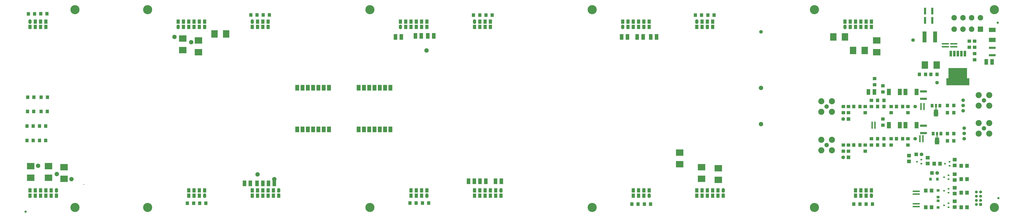
<source format=gts>
G04*
G04 #@! TF.GenerationSoftware,Altium Limited,Altium Designer,24.2.2 (26)*
G04*
G04 Layer_Color=8388736*
%FSLAX44Y44*%
%MOMM*%
G71*
G04*
G04 #@! TF.SameCoordinates,0371AF83-7A96-47FB-919C-A551BA60538E*
G04*
G04*
G04 #@! TF.FilePolarity,Negative*
G04*
G01*
G75*
%ADD55R,0.5080X1.2700*%
%ADD56R,2.0320X3.1750*%
%ADD57R,1.3970X1.6510*%
%ADD58R,0.5080X4.0640*%
%ADD59R,10.8966X2.7016*%
%ADD60R,1.1684X2.7016*%
%ADD61R,1.8500X2.7400*%
%ADD62R,2.2606X1.3716*%
%ADD63R,0.8128X1.6256*%
%ADD64R,1.0160X1.6256*%
%ADD65R,1.5000X1.7000*%
%ADD66R,1.8500X3.0500*%
%ADD67R,0.9016X0.7016*%
%ADD68R,0.9016X0.7016*%
%ADD69R,1.5016X1.7016*%
%ADD70R,1.9516X5.3016*%
%ADD71R,3.3016X1.1016*%
%ADD72R,3.2500X2.0600*%
%ADD73R,1.2016X1.3216*%
%ADD74R,3.1016X3.6016*%
%ADD75R,1.9016X1.7016*%
%ADD76R,1.7016X2.8016*%
%ADD77R,0.7000X3.5000*%
%ADD78R,3.5000X0.7000*%
%ADD79R,1.3216X1.2016*%
%ADD80R,1.7016X1.9016*%
%ADD81R,1.1016X3.3016*%
%ADD82R,1.7000X1.5000*%
%ADD83R,3.6016X3.1016*%
%ADD84C,1.7016*%
%ADD85C,1.7716*%
%ADD86R,1.7716X1.7716*%
%ADD87C,2.9400*%
%ADD88C,2.1000*%
%ADD89C,2.6416*%
%ADD90R,2.6416X2.6416*%
%ADD91R,1.3716X1.3716*%
%ADD92C,1.3716*%
%ADD93R,1.5240X2.0066*%
%ADD94R,1.5016X2.0066*%
%ADD95O,1.5240X2.2606*%
%ADD96C,1.1016*%
%ADD97C,2.1016*%
%ADD98C,0.3700*%
%ADD99C,4.3800*%
G36*
X4535180Y703660D02*
X4535280Y703651D01*
X4535375Y703622D01*
X4535463Y703574D01*
X4535541Y703511D01*
X4535604Y703433D01*
X4535652Y703345D01*
X4535681Y703249D01*
X4535690Y703150D01*
X4535691Y654130D01*
X4546610D01*
X4546710Y654121D01*
X4546805Y654092D01*
X4546894Y654044D01*
X4546971Y653981D01*
X4547034Y653904D01*
X4547082Y653815D01*
X4547111Y653720D01*
X4547120Y653620D01*
Y620600D01*
X4547111Y620500D01*
X4547082Y620405D01*
X4547034Y620316D01*
X4546971Y620239D01*
X4546894Y620176D01*
X4546805Y620128D01*
X4546710Y620099D01*
X4546610Y620089D01*
X4437390D01*
X4437290Y620099D01*
X4437195Y620128D01*
X4437106Y620176D01*
X4437029Y620239D01*
X4436966Y620316D01*
X4436918Y620405D01*
X4436889Y620500D01*
X4436880Y620600D01*
Y652350D01*
X4436889Y652450D01*
X4436918Y652545D01*
X4436966Y652634D01*
X4437029Y652711D01*
X4437106Y652774D01*
X4437195Y652822D01*
X4437290Y652851D01*
X4437390Y652860D01*
X4447039D01*
Y703150D01*
X4447049Y703250D01*
X4447079Y703345D01*
X4447126Y703434D01*
X4447189Y703511D01*
X4447267Y703574D01*
X4447355Y703622D01*
X4447450Y703651D01*
X4447550Y703661D01*
X4535180Y703660D01*
D02*
G37*
D55*
X4387000Y505220D02*
D03*
X4391999Y370220D02*
D03*
D56*
X4387000Y486805D02*
D03*
D03*
D03*
X4391999Y351805D02*
D03*
D03*
D03*
D57*
X4405415Y522365D02*
D03*
X4368585D02*
D03*
X4410414Y387365D02*
D03*
X4373584D02*
D03*
D58*
X4387000Y498870D02*
D03*
X4391999Y363870D02*
D03*
D59*
X4492000Y640920D02*
D03*
D60*
X4457964Y773000D02*
D03*
X4474982D02*
D03*
X4526036D02*
D03*
X4509018D02*
D03*
X4492000D02*
D03*
D61*
X1320800Y608350D02*
D03*
X1346200D02*
D03*
X1371600D02*
D03*
X1397000D02*
D03*
X1422400D02*
D03*
X1447800D02*
D03*
X1473200D02*
D03*
Y407650D02*
D03*
X1447800D02*
D03*
X1422400D02*
D03*
X1397000D02*
D03*
X1371600D02*
D03*
X1346200D02*
D03*
X1320800D02*
D03*
X1615800D02*
D03*
X1641200D02*
D03*
X1666600D02*
D03*
X1692000D02*
D03*
X1717400D02*
D03*
X1742800D02*
D03*
X1768200D02*
D03*
Y608350D02*
D03*
X1742800D02*
D03*
X1717400D02*
D03*
X1692000D02*
D03*
X1666600D02*
D03*
X1641200D02*
D03*
X1615800D02*
D03*
D62*
X4387000Y484900D02*
D03*
X4392000Y349900D02*
D03*
D63*
X4406050Y523000D02*
D03*
X4367950D02*
D03*
X4411050Y388000D02*
D03*
X4372950D02*
D03*
D64*
X4387000Y523000D02*
D03*
X4392000Y388000D02*
D03*
D65*
X83865Y354977D02*
D03*
X113865D02*
D03*
X4472000Y523000D02*
D03*
X4442000D02*
D03*
X4022000Y333000D02*
D03*
X3992000D02*
D03*
X4022000Y518000D02*
D03*
X3992000D02*
D03*
X4472000Y353000D02*
D03*
X4442000D02*
D03*
X4472000Y488000D02*
D03*
X4442000D02*
D03*
X882539Y52551D02*
D03*
X852539D02*
D03*
X1952000Y53000D02*
D03*
X1922000D02*
D03*
X3017000Y48000D02*
D03*
X2987000D02*
D03*
X4082000D02*
D03*
X4052000D02*
D03*
X3232000Y958000D02*
D03*
X3262000D02*
D03*
X2167000D02*
D03*
X2197000D02*
D03*
X1098347Y959559D02*
D03*
X1128347D02*
D03*
X30446Y964277D02*
D03*
X60446D02*
D03*
X4227000Y363000D02*
D03*
X4197000D02*
D03*
X4227000Y518000D02*
D03*
X4197000D02*
D03*
X793694Y52303D02*
D03*
X823694D02*
D03*
X1862000Y53000D02*
D03*
X1892000D02*
D03*
X2927000Y48000D02*
D03*
X2957000D02*
D03*
X3992000D02*
D03*
X4022000D02*
D03*
X3322000Y958000D02*
D03*
X3292000D02*
D03*
X2257000D02*
D03*
X2227000D02*
D03*
X1187440Y958814D02*
D03*
X1157440D02*
D03*
X120036Y965270D02*
D03*
X90036D02*
D03*
X4137000Y333000D02*
D03*
X4107000D02*
D03*
X4137000Y363000D02*
D03*
X4107000D02*
D03*
X4137000Y518000D02*
D03*
X4107000D02*
D03*
X4137000Y548000D02*
D03*
X4107000D02*
D03*
X4392000Y673000D02*
D03*
X4362000D02*
D03*
X92000Y563000D02*
D03*
X122000D02*
D03*
X91314Y494105D02*
D03*
X121314D02*
D03*
X83865Y424276D02*
D03*
X113865D02*
D03*
X4472000Y388000D02*
D03*
X4442000D02*
D03*
D66*
X4160500Y588000D02*
D03*
X4213500D02*
D03*
X4240500Y428000D02*
D03*
X4293500D02*
D03*
X4160500D02*
D03*
X4213500D02*
D03*
X4240500Y588000D02*
D03*
X4293500D02*
D03*
D67*
X4447000Y33000D02*
D03*
X4447000Y52050D02*
D03*
X4317000Y243000D02*
D03*
X4317000Y262050D02*
D03*
X4452000Y233000D02*
D03*
X4452000Y252050D02*
D03*
X4447000Y168000D02*
D03*
X4447000Y187050D02*
D03*
X4447000Y103000D02*
D03*
X4447000Y122050D02*
D03*
D68*
X4425410Y42525D02*
D03*
X4295410Y252525D02*
D03*
X4430410Y242525D02*
D03*
X4425410Y177525D02*
D03*
Y112525D02*
D03*
D69*
X4337000Y673000D02*
D03*
X4307000D02*
D03*
X57000Y563000D02*
D03*
X27000D02*
D03*
X26314Y494105D02*
D03*
X56314D02*
D03*
X53865Y424276D02*
D03*
X23865D02*
D03*
X53865Y354977D02*
D03*
X23865D02*
D03*
D70*
X4382250Y853000D02*
D03*
X4331750D02*
D03*
D71*
X4327000Y555500D02*
D03*
Y590500D02*
D03*
X4657000Y765500D02*
D03*
Y800500D02*
D03*
X4327000Y390500D02*
D03*
Y425500D02*
D03*
D72*
X4657000Y887500D02*
D03*
Y838500D02*
D03*
D73*
X4360650Y168000D02*
D03*
X4393350D02*
D03*
D74*
X4390056Y718000D02*
D03*
X4333943D02*
D03*
X3893943Y853000D02*
D03*
X3950056D02*
D03*
X4045056Y788000D02*
D03*
X3988943D02*
D03*
X923943Y868000D02*
D03*
X980057D02*
D03*
D75*
X4257000Y282000D02*
D03*
Y254000D02*
D03*
X4477000Y62000D02*
D03*
Y34000D02*
D03*
Y127000D02*
D03*
Y99000D02*
D03*
Y192000D02*
D03*
Y164000D02*
D03*
X4477000Y262000D02*
D03*
Y234000D02*
D03*
X4347000Y244000D02*
D03*
Y272000D02*
D03*
D76*
X4091000Y588000D02*
D03*
X4063000D02*
D03*
X1916000Y858000D02*
D03*
X1888000D02*
D03*
X2878000Y853000D02*
D03*
X2906000D02*
D03*
X1183000Y148000D02*
D03*
X1211000D02*
D03*
X2301000Y158000D02*
D03*
X2273000D02*
D03*
X1793000Y853000D02*
D03*
X1821000D02*
D03*
X2981000D02*
D03*
X2953000D02*
D03*
X1128000Y148000D02*
D03*
X1156000D02*
D03*
X2198000Y158000D02*
D03*
X2226000D02*
D03*
X4656000Y733000D02*
D03*
X4628000D02*
D03*
X2171000Y158000D02*
D03*
X2143000D02*
D03*
X1948000Y858000D02*
D03*
X1976000D02*
D03*
X1096000Y148000D02*
D03*
X1068000D02*
D03*
X3018000Y853000D02*
D03*
X3046000D02*
D03*
D77*
X4329000Y518000D02*
D03*
X4315000D02*
D03*
X4080000Y428000D02*
D03*
X4094000D02*
D03*
X4324000Y363000D02*
D03*
X4310000D02*
D03*
D78*
X4292000Y50000D02*
D03*
Y36000D02*
D03*
Y96000D02*
D03*
Y110000D02*
D03*
X4472000Y820000D02*
D03*
Y806000D02*
D03*
X4432000Y820000D02*
D03*
Y806000D02*
D03*
D79*
X4397000Y64350D02*
D03*
Y31650D02*
D03*
Y81650D02*
D03*
Y114350D02*
D03*
D80*
X4366000Y33000D02*
D03*
X4338000D02*
D03*
X4536000D02*
D03*
X4508000D02*
D03*
Y103000D02*
D03*
X4536000D02*
D03*
X4508000Y168000D02*
D03*
X4536000D02*
D03*
X4508000Y233000D02*
D03*
X4536000D02*
D03*
X4406000Y243000D02*
D03*
X4378000D02*
D03*
X4366000Y113000D02*
D03*
X4338000D02*
D03*
D81*
X4334500Y933000D02*
D03*
X4369500D02*
D03*
X4334500Y978000D02*
D03*
X4369500D02*
D03*
D82*
X3967000Y333000D02*
D03*
Y303000D02*
D03*
X4047000Y333000D02*
D03*
Y303000D02*
D03*
X3967000Y518000D02*
D03*
Y488000D02*
D03*
X4047000Y518000D02*
D03*
Y488000D02*
D03*
X4172000Y363000D02*
D03*
Y333000D02*
D03*
X4252000Y363000D02*
D03*
Y333000D02*
D03*
X4172000Y518000D02*
D03*
Y488000D02*
D03*
X4252000Y518000D02*
D03*
Y488000D02*
D03*
X3942000Y333000D02*
D03*
Y303000D02*
D03*
X3942000Y518000D02*
D03*
Y488000D02*
D03*
X4077000Y363000D02*
D03*
Y333000D02*
D03*
X4077000Y548000D02*
D03*
Y518000D02*
D03*
X4547000Y803000D02*
D03*
Y833000D02*
D03*
X4572000Y803000D02*
D03*
Y833000D02*
D03*
Y743000D02*
D03*
Y773000D02*
D03*
X4132000Y428000D02*
D03*
Y458000D02*
D03*
Y588000D02*
D03*
Y618000D02*
D03*
X4092000Y653000D02*
D03*
Y623000D02*
D03*
D83*
X772000Y789943D02*
D03*
Y846057D02*
D03*
X3342000Y221057D02*
D03*
Y164943D02*
D03*
X202000Y226057D02*
D03*
Y169943D02*
D03*
X847000Y836057D02*
D03*
Y779943D02*
D03*
X3262000Y169943D02*
D03*
Y226057D02*
D03*
X127000Y174943D02*
D03*
Y231057D02*
D03*
X4102000Y836057D02*
D03*
Y779943D02*
D03*
X42000Y174943D02*
D03*
Y231057D02*
D03*
X3157000Y239943D02*
D03*
Y296057D02*
D03*
D84*
X4287000Y518000D02*
D03*
X4517000Y548800D02*
D03*
Y523400D02*
D03*
Y498000D02*
D03*
X4277000Y838000D02*
D03*
X4392000Y633000D02*
D03*
X4287000Y363000D02*
D03*
X4522000Y413800D02*
D03*
Y388400D02*
D03*
Y363000D02*
D03*
X3547000Y878000D02*
D03*
D85*
X3941600Y458000D02*
D03*
X4392400Y198000D02*
D03*
X4317400Y288000D02*
D03*
X3941600Y273000D02*
D03*
D86*
X3967000Y458000D02*
D03*
X4367000Y198000D02*
D03*
X4292000Y288000D02*
D03*
X3967000Y273000D02*
D03*
D87*
X4591600Y573400D02*
D03*
Y522600D02*
D03*
X4642400Y573400D02*
D03*
Y522600D02*
D03*
X3887400Y307600D02*
D03*
Y358400D02*
D03*
X3836600Y307600D02*
D03*
Y358400D02*
D03*
X3836600Y543400D02*
D03*
Y492600D02*
D03*
X3887400Y543400D02*
D03*
Y492600D02*
D03*
X4642400Y387600D02*
D03*
Y438400D02*
D03*
X4591600Y387600D02*
D03*
Y438400D02*
D03*
D88*
X4617000Y548000D02*
D03*
X3862000Y333000D02*
D03*
X3862000Y518000D02*
D03*
X4617000Y413000D02*
D03*
D89*
X4558000Y890500D02*
D03*
X4516000D02*
D03*
X4474000D02*
D03*
X4600000Y945500D02*
D03*
X4558000D02*
D03*
X4516000D02*
D03*
X4474000D02*
D03*
D90*
X4600000Y890500D02*
D03*
D91*
X4601050Y46200D02*
D03*
D92*
X4581050Y106200D02*
D03*
Y86200D02*
D03*
Y66200D02*
D03*
Y46200D02*
D03*
X4601050Y106200D02*
D03*
Y86200D02*
D03*
Y66200D02*
D03*
D93*
X88900Y901700D02*
D03*
X114300Y927100D02*
D03*
X88900D02*
D03*
X63500D02*
D03*
X114300Y901700D02*
D03*
Y114300D02*
D03*
X139700D02*
D03*
Y88900D02*
D03*
X88900D02*
D03*
X165100D02*
D03*
X88900Y114300D02*
D03*
X63500D02*
D03*
Y88900D02*
D03*
X38100Y114300D02*
D03*
Y88900D02*
D03*
X114300D02*
D03*
X1104900Y901700D02*
D03*
X1181100D02*
D03*
X1130300D02*
D03*
Y927100D02*
D03*
X1155700D02*
D03*
X1181100D02*
D03*
X1155700Y901700D02*
D03*
X876300Y114300D02*
D03*
X800100D02*
D03*
X850900D02*
D03*
Y88900D02*
D03*
X825500D02*
D03*
X800100D02*
D03*
X825500Y114300D02*
D03*
X1866900Y927100D02*
D03*
X1943100D02*
D03*
Y901700D02*
D03*
X1917700Y927100D02*
D03*
Y901700D02*
D03*
X1892300D02*
D03*
X1816100Y927100D02*
D03*
X1892300D02*
D03*
X1841500D02*
D03*
Y901700D02*
D03*
X1866900D02*
D03*
X2222500D02*
D03*
X2247900Y927100D02*
D03*
X2222500D02*
D03*
X2197100D02*
D03*
Y901700D02*
D03*
X2247900D02*
D03*
X2171700D02*
D03*
X3238500D02*
D03*
X3314700D02*
D03*
X3263900D02*
D03*
Y927100D02*
D03*
X3289300D02*
D03*
X3314700D02*
D03*
X3289300Y901700D02*
D03*
X2933700Y927100D02*
D03*
X3009900D02*
D03*
Y901700D02*
D03*
X2984500Y927100D02*
D03*
Y901700D02*
D03*
X2959100D02*
D03*
X2882900Y927100D02*
D03*
X2959100D02*
D03*
X2908300D02*
D03*
Y901700D02*
D03*
X2933700D02*
D03*
X4000500Y927100D02*
D03*
X4076700D02*
D03*
Y901700D02*
D03*
X4051300Y927100D02*
D03*
Y901700D02*
D03*
X4025900D02*
D03*
X3949700Y927100D02*
D03*
X4025900D02*
D03*
X3975100D02*
D03*
Y901700D02*
D03*
X4000500D02*
D03*
X4025900Y114300D02*
D03*
X4000500Y88900D02*
D03*
X4025900D02*
D03*
X4051300D02*
D03*
Y114300D02*
D03*
X4000500D02*
D03*
X4076700D02*
D03*
X3314700Y88900D02*
D03*
X3238500D02*
D03*
Y114300D02*
D03*
X3263900Y88900D02*
D03*
Y114300D02*
D03*
X3289300D02*
D03*
X3365500Y88900D02*
D03*
X3289300D02*
D03*
X3340100D02*
D03*
Y114300D02*
D03*
X3314700D02*
D03*
X3009900D02*
D03*
X2933700D02*
D03*
X2984500D02*
D03*
Y88900D02*
D03*
X2959100D02*
D03*
X2933700D02*
D03*
X2959100Y114300D02*
D03*
X2247900Y88900D02*
D03*
X2171700D02*
D03*
Y114300D02*
D03*
X2197100Y88900D02*
D03*
Y114300D02*
D03*
X2222500D02*
D03*
X2298700Y88900D02*
D03*
X2222500D02*
D03*
X2273300D02*
D03*
Y114300D02*
D03*
X2247900D02*
D03*
X1892300D02*
D03*
X1866900Y88900D02*
D03*
X1892300D02*
D03*
X1917700D02*
D03*
Y114300D02*
D03*
X1866900D02*
D03*
X1943100D02*
D03*
X1181100Y88900D02*
D03*
X1104900D02*
D03*
Y114300D02*
D03*
X1130300Y88900D02*
D03*
Y114300D02*
D03*
X1155700D02*
D03*
X1231900Y88900D02*
D03*
X1155700D02*
D03*
X1206500D02*
D03*
Y114300D02*
D03*
X1181100D02*
D03*
X800100Y927100D02*
D03*
X876300D02*
D03*
Y901700D02*
D03*
X850900Y927100D02*
D03*
Y901700D02*
D03*
X825500D02*
D03*
X749300Y927100D02*
D03*
X825500D02*
D03*
X774700D02*
D03*
Y901700D02*
D03*
X800100D02*
D03*
D94*
X63500D02*
D03*
X38100D02*
D03*
D95*
Y927100D02*
D03*
X165100Y114300D02*
D03*
X1104900Y927100D02*
D03*
X876300Y88900D02*
D03*
X1816100Y901700D02*
D03*
X2171700Y927100D02*
D03*
X3238500D02*
D03*
X2882900Y901700D02*
D03*
X3949700D02*
D03*
X4076700Y88900D02*
D03*
X3365500Y114300D02*
D03*
X3009900Y88900D02*
D03*
X2298700Y114300D02*
D03*
X1943100Y88900D02*
D03*
X1231900Y114300D02*
D03*
X749300Y901700D02*
D03*
D96*
X17000Y11750D02*
D03*
X4687000Y76750D02*
D03*
X4683250Y921750D02*
D03*
D97*
X3547000Y608000D02*
D03*
X1942000Y788000D02*
D03*
X237000Y168000D02*
D03*
X167000Y193000D02*
D03*
X77000Y233000D02*
D03*
X1130300Y191300D02*
D03*
X1211000Y168000D02*
D03*
X732000Y853000D02*
D03*
X812000Y828000D02*
D03*
X3547000Y433000D02*
D03*
D98*
X297000Y143000D02*
D03*
D99*
X603250Y984250D02*
D03*
X254000D02*
D03*
Y31750D02*
D03*
X603250D02*
D03*
X1670050D02*
D03*
X2736850D02*
D03*
X3803650D02*
D03*
X4667250D02*
D03*
Y984250D02*
D03*
X2736850D02*
D03*
X1670050D02*
D03*
X3803650D02*
D03*
M02*

</source>
